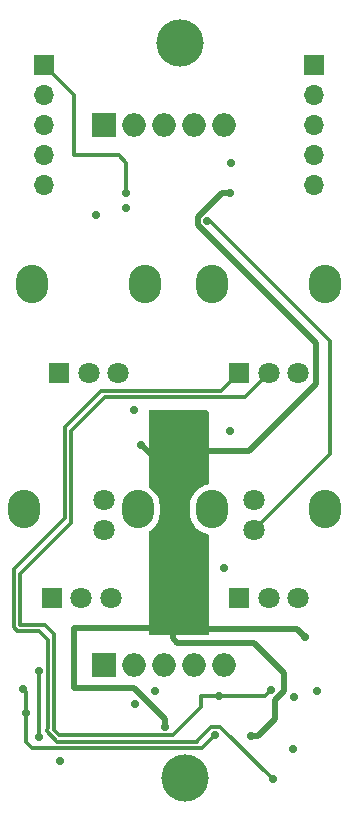
<source format=gbr>
%TF.GenerationSoftware,KiCad,Pcbnew,8.0.5*%
%TF.CreationDate,2024-11-22T15:59:57+05:30*%
%TF.ProjectId,kick,6b69636b-2e6b-4696-9361-645f70636258,rev?*%
%TF.SameCoordinates,Original*%
%TF.FileFunction,Copper,L2,Inr*%
%TF.FilePolarity,Positive*%
%FSLAX46Y46*%
G04 Gerber Fmt 4.6, Leading zero omitted, Abs format (unit mm)*
G04 Created by KiCad (PCBNEW 8.0.5) date 2024-11-22 15:59:57*
%MOMM*%
%LPD*%
G01*
G04 APERTURE LIST*
%TA.AperFunction,ComponentPad*%
%ADD10O,2.720000X3.240000*%
%TD*%
%TA.AperFunction,ComponentPad*%
%ADD11R,1.800000X1.800000*%
%TD*%
%TA.AperFunction,ComponentPad*%
%ADD12C,1.800000*%
%TD*%
%TA.AperFunction,ComponentPad*%
%ADD13R,1.700000X1.700000*%
%TD*%
%TA.AperFunction,ComponentPad*%
%ADD14O,1.700000X1.700000*%
%TD*%
%TA.AperFunction,ComponentPad*%
%ADD15R,2.000000X2.000000*%
%TD*%
%TA.AperFunction,ComponentPad*%
%ADD16O,2.000000X2.000000*%
%TD*%
%TA.AperFunction,ViaPad*%
%ADD17C,0.700000*%
%TD*%
%TA.AperFunction,ViaPad*%
%ADD18C,4.000000*%
%TD*%
%TA.AperFunction,Conductor*%
%ADD19C,0.300000*%
%TD*%
%TA.AperFunction,Conductor*%
%ADD20C,0.500000*%
%TD*%
G04 APERTURE END LIST*
D10*
%TO.N,*%
%TO.C,RV2*%
X49810000Y-64265000D03*
X59410000Y-64265000D03*
D11*
%TO.N,CAP_MID*%
X52110000Y-71765000D03*
D12*
%TO.N,Net-(R9-Pad1)*%
X54610000Y-71765000D03*
%TO.N,unconnected-(RV2-Pad3)*%
X57110000Y-71765000D03*
%TD*%
D10*
%TO.N,*%
%TO.C,RV4*%
X49175000Y-83315000D03*
X58775000Y-83315000D03*
D11*
%TO.N,unconnected-(RV4-Pad1)*%
X51475000Y-90815000D03*
D12*
%TO.N,Net-(U4--)*%
X53975000Y-90815000D03*
%TO.N,Net-(R14-Pad1)*%
X56475000Y-90815000D03*
%TD*%
D13*
%TO.N,GATE_IN*%
%TO.C,INPUT1*%
X50800000Y-45720000D03*
D14*
%TO.N,Net-(INPUT1-Pin_2)*%
X50800000Y-48260000D03*
X50800000Y-50800000D03*
X50800000Y-53340000D03*
X50800000Y-55880000D03*
%TD*%
D10*
%TO.N,*%
%TO.C,RV3*%
X65050000Y-64265000D03*
X74650000Y-64265000D03*
D11*
%TO.N,Net-(U3A--)*%
X67350000Y-71765000D03*
D12*
%TO.N,Net-(R10-Pad1)*%
X69850000Y-71765000D03*
%TO.N,unconnected-(RV3-Pad3)*%
X72350000Y-71765000D03*
%TD*%
D10*
%TO.N,*%
%TO.C,RV1*%
X65050000Y-83315000D03*
X74650000Y-83315000D03*
D11*
%TO.N,Net-(U2A-+)*%
X67350000Y-90815000D03*
D12*
%TO.N,Net-(R7-Pad1)*%
X69850000Y-90815000D03*
%TO.N,unconnected-(RV1-Pad3)*%
X72350000Y-90815000D03*
%TD*%
D13*
%TO.N,KICK_OUT*%
%TO.C,OUTPUT1*%
X73660000Y-45720000D03*
D14*
X73660000Y-48260000D03*
X73660000Y-50800000D03*
X73660000Y-53340000D03*
X73660000Y-55880000D03*
%TD*%
D12*
%TO.N,Net-(U4--)*%
%TO.C,U4*%
X68580000Y-82550000D03*
%TO.N,TRIG_ENV*%
X68580000Y-85090000D03*
%TO.N,Net-(R9-Pad1)*%
X55880000Y-82550000D03*
%TO.N,CAP_MID*%
X55880000Y-85090000D03*
%TD*%
D15*
%TO.N,V_SUPPLY*%
%TO.C,V_SUPPLY1*%
X55880000Y-50800000D03*
D16*
X58420000Y-50800000D03*
X60960000Y-50800000D03*
X63500000Y-50800000D03*
X66040000Y-50800000D03*
%TD*%
D15*
%TO.N,GND*%
%TO.C,GND1*%
X55880000Y-96520000D03*
D16*
X58420000Y-96520000D03*
X60960000Y-96520000D03*
X63500000Y-96520000D03*
X66040000Y-96520000D03*
%TD*%
D17*
%TO.N,Net-(U3A--)*%
X70231000Y-106172000D03*
%TO.N,Net-(R10-Pad1)*%
X65659000Y-99125000D03*
D18*
%TO.N,*%
X62784908Y-106045000D03*
X62377580Y-43815000D03*
D17*
%TO.N,GND*%
X66040000Y-88265000D03*
X57785000Y-57785000D03*
X72009000Y-99187000D03*
X58420000Y-74930000D03*
X52197000Y-104648000D03*
X60198000Y-98679000D03*
X71882000Y-103632000D03*
%TO.N,TRIG_ENV*%
X64643000Y-58928000D03*
%TO.N,CAP_MID*%
X49275000Y-100584000D03*
X49022000Y-98552000D03*
X65298345Y-102411656D03*
%TO.N,GATE_IN*%
X57804803Y-56513169D03*
%TO.N,V_MID*%
X66548000Y-56515000D03*
X61087000Y-101727000D03*
X68326000Y-102489000D03*
X59055000Y-77851000D03*
X63627000Y-76708000D03*
X72898000Y-94107000D03*
%TO.N,V_SUPPLY*%
X73939000Y-98654000D03*
X66548000Y-76708000D03*
X55245000Y-58420000D03*
X66675000Y-53975000D03*
X58547000Y-99810000D03*
%TO.N,Net-(U2A-+)*%
X50419000Y-97028000D03*
X50419000Y-102616000D03*
%TO.N,Net-(R10-Pad1)*%
X70057976Y-98632975D03*
%TD*%
D19*
%TO.N,Net-(U3A--)*%
X63826106Y-102893945D02*
X65008395Y-101711656D01*
X63826106Y-102997000D02*
X63826106Y-102893945D01*
X65770656Y-101711656D02*
X70231000Y-106172000D01*
X65008395Y-101711656D02*
X65770656Y-101711656D01*
%TO.N,Net-(R10-Pad1)*%
X64135000Y-100076000D02*
X61784000Y-102427000D01*
X61784000Y-102427000D02*
X52135000Y-102427000D01*
X52135000Y-102427000D02*
X51689000Y-101981000D01*
X53086000Y-84455000D02*
X53086000Y-76708000D01*
X51689000Y-93853000D02*
X50927000Y-93091000D01*
X56007000Y-73787000D02*
X67828000Y-73787000D01*
X50927000Y-93091000D02*
X48768000Y-93091000D01*
X64135000Y-99125000D02*
X64135000Y-100076000D01*
X48768000Y-93091000D02*
X48768000Y-88773000D01*
X65659000Y-99125000D02*
X64135000Y-99125000D01*
X48768000Y-88773000D02*
X53086000Y-84455000D01*
X51689000Y-101981000D02*
X51689000Y-93853000D01*
X53086000Y-76708000D02*
X56007000Y-73787000D01*
X67828000Y-73787000D02*
X69850000Y-71765000D01*
X65659000Y-99125000D02*
X69565951Y-99125000D01*
%TO.N,CAP_MID*%
X65298345Y-102411656D02*
X64205001Y-103505000D01*
X64205001Y-103505000D02*
X49784000Y-103505000D01*
X49784000Y-103505000D02*
X49275000Y-102996000D01*
X49275000Y-102996000D02*
X49275000Y-100584000D01*
%TO.N,Net-(U3A--)*%
X65836000Y-73279000D02*
X67350000Y-71765000D01*
X51054000Y-102108000D02*
X51054000Y-101981000D01*
X48268000Y-93298107D02*
X48268000Y-88384000D01*
X63826106Y-102997000D02*
X51943000Y-102997000D01*
X51054000Y-101981000D02*
X51181000Y-101854000D01*
X51181000Y-94361000D02*
X50419000Y-93599000D01*
X48268000Y-88384000D02*
X52578000Y-84074000D01*
X51181000Y-101854000D02*
X51181000Y-94361000D01*
X52578000Y-84074000D02*
X52578000Y-76327000D01*
X52578000Y-76327000D02*
X55626000Y-73279000D01*
X50419000Y-93599000D02*
X50038000Y-93599000D01*
X48560893Y-93591000D02*
X48268000Y-93298107D01*
X50038000Y-93599000D02*
X50030000Y-93591000D01*
X50030000Y-93591000D02*
X48560893Y-93591000D01*
X51943000Y-102997000D02*
X51054000Y-102108000D01*
X55626000Y-73279000D02*
X65836000Y-73279000D01*
%TO.N,Net-(R10-Pad1)*%
X69565951Y-99125000D02*
X70057976Y-98632975D01*
%TO.N,TRIG_ENV*%
X64643000Y-58928000D02*
X64897000Y-58928000D01*
X64897000Y-58928000D02*
X75057000Y-69088000D01*
X75057000Y-69088000D02*
X75057000Y-78613000D01*
X75057000Y-78613000D02*
X68580000Y-85090000D01*
%TO.N,CAP_MID*%
X49275000Y-100584000D02*
X49275000Y-98805000D01*
X49275000Y-98805000D02*
X49022000Y-98552000D01*
%TO.N,GATE_IN*%
X57785000Y-56493366D02*
X57804803Y-56513169D01*
X57150000Y-53340000D02*
X57785000Y-53975000D01*
X53340000Y-53340000D02*
X57150000Y-53340000D01*
X53340000Y-48260000D02*
X53340000Y-49530000D01*
X57785000Y-53975000D02*
X57785000Y-56493366D01*
X53340000Y-49530000D02*
X53340000Y-53340000D01*
X50800000Y-45720000D02*
X53340000Y-48260000D01*
D20*
%TO.N,V_MID*%
X66548000Y-56515000D02*
X65924629Y-56515000D01*
X60198000Y-93345000D02*
X61722000Y-91821000D01*
X61912500Y-78422500D02*
X61686000Y-78649000D01*
X61686000Y-78649000D02*
X59853000Y-78649000D01*
X71120000Y-97155000D02*
X68580000Y-94615000D01*
X61087000Y-101727000D02*
X61087000Y-101092000D01*
X63843000Y-59259371D02*
X73822000Y-69238371D01*
X70389347Y-101060653D02*
X70389347Y-99432975D01*
X61686000Y-78649000D02*
X61686000Y-91785000D01*
X73822000Y-72736000D02*
X68199000Y-78359000D01*
X53340000Y-98425000D02*
X53340000Y-93345000D01*
X71120000Y-98702322D02*
X71120000Y-97155000D01*
X73822000Y-69238371D02*
X73822000Y-72736000D01*
X61087000Y-101092000D02*
X58420000Y-98425000D01*
X63843000Y-58596629D02*
X63843000Y-59259371D01*
X65924629Y-56515000D02*
X63843000Y-58596629D01*
X70389347Y-99432975D02*
X71120000Y-98702322D01*
X61686000Y-91785000D02*
X63373000Y-93472000D01*
X59853000Y-78649000D02*
X59055000Y-77851000D01*
X61722000Y-91821000D02*
X61686000Y-91785000D01*
X68580000Y-94615000D02*
X62103000Y-94615000D01*
X68199000Y-78359000D02*
X61976000Y-78359000D01*
X68326000Y-102489000D02*
X68961000Y-102489000D01*
X62103000Y-94615000D02*
X61722000Y-94234000D01*
X58420000Y-98425000D02*
X53340000Y-98425000D01*
X61976000Y-78359000D02*
X61912500Y-78422500D01*
X61722000Y-94234000D02*
X61722000Y-91821000D01*
X53340000Y-93345000D02*
X60198000Y-93345000D01*
X63627000Y-76708000D02*
X61912500Y-78422500D01*
X68961000Y-102489000D02*
X70389347Y-101060653D01*
X63373000Y-93472000D02*
X72263000Y-93472000D01*
X72263000Y-93472000D02*
X72898000Y-94107000D01*
D19*
%TO.N,Net-(U2A-+)*%
X50419000Y-102616000D02*
X50419000Y-97028000D01*
%TD*%
%TA.AperFunction,Conductor*%
%TO.N,V_MID*%
G36*
X64713039Y-74949685D02*
G01*
X64758794Y-75002489D01*
X64770000Y-75054000D01*
X64770000Y-81108746D01*
X64750315Y-81175785D01*
X64697511Y-81221540D01*
X64678094Y-81228520D01*
X64450679Y-81289456D01*
X64450677Y-81289456D01*
X64450676Y-81289457D01*
X64450669Y-81289459D01*
X64225359Y-81382786D01*
X64225348Y-81382791D01*
X64014151Y-81504727D01*
X64014135Y-81504738D01*
X63820656Y-81653199D01*
X63820649Y-81653205D01*
X63648205Y-81825649D01*
X63648199Y-81825656D01*
X63499738Y-82019135D01*
X63499727Y-82019151D01*
X63377791Y-82230348D01*
X63377786Y-82230359D01*
X63284459Y-82455669D01*
X63284456Y-82455679D01*
X63221335Y-82691253D01*
X63221333Y-82691264D01*
X63189500Y-82933048D01*
X63189500Y-83696951D01*
X63216013Y-83898333D01*
X63221334Y-83938744D01*
X63221335Y-83938746D01*
X63284456Y-84174320D01*
X63284459Y-84174330D01*
X63377786Y-84399640D01*
X63377791Y-84399651D01*
X63499727Y-84610848D01*
X63499738Y-84610864D01*
X63648199Y-84804343D01*
X63648205Y-84804350D01*
X63820649Y-84976794D01*
X63820655Y-84976799D01*
X64014144Y-85125268D01*
X64014151Y-85125272D01*
X64225348Y-85247208D01*
X64225353Y-85247210D01*
X64225356Y-85247212D01*
X64450679Y-85340544D01*
X64678094Y-85401479D01*
X64737754Y-85437844D01*
X64768283Y-85500691D01*
X64770000Y-85521254D01*
X64770000Y-93856000D01*
X64750315Y-93923039D01*
X64697511Y-93968794D01*
X64646000Y-93980000D01*
X59814000Y-93980000D01*
X59746961Y-93960315D01*
X59701206Y-93907511D01*
X59690000Y-93856000D01*
X59690000Y-85266635D01*
X59709685Y-85199596D01*
X59751997Y-85159249D01*
X59810856Y-85125268D01*
X60004345Y-84976799D01*
X60176799Y-84804345D01*
X60325268Y-84610856D01*
X60447212Y-84399644D01*
X60540544Y-84174321D01*
X60603666Y-83938744D01*
X60635500Y-83696944D01*
X60635500Y-82933056D01*
X60603666Y-82691256D01*
X60540544Y-82455679D01*
X60447212Y-82230356D01*
X60447210Y-82230353D01*
X60447208Y-82230348D01*
X60325272Y-82019151D01*
X60325268Y-82019144D01*
X60176799Y-81825655D01*
X60176794Y-81825649D01*
X60004350Y-81653205D01*
X60004343Y-81653199D01*
X59810864Y-81504738D01*
X59810862Y-81504737D01*
X59810856Y-81504732D01*
X59808755Y-81503519D01*
X59751998Y-81470749D01*
X59703783Y-81420181D01*
X59690000Y-81363363D01*
X59690000Y-75054000D01*
X59709685Y-74986961D01*
X59762489Y-74941206D01*
X59814000Y-74930000D01*
X64646000Y-74930000D01*
X64713039Y-74949685D01*
G37*
%TD.AperFunction*%
%TD*%
M02*

</source>
